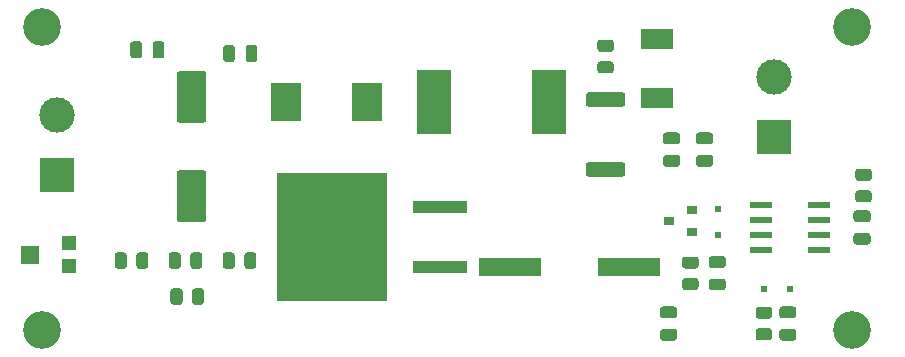
<source format=gbr>
%TF.GenerationSoftware,KiCad,Pcbnew,(5.1.8)-1*%
%TF.CreationDate,2022-04-01T10:58:03+02:00*%
%TF.ProjectId,HVPowerSupply,4856506f-7765-4725-9375-70706c792e6b,0*%
%TF.SameCoordinates,Original*%
%TF.FileFunction,Soldermask,Top*%
%TF.FilePolarity,Negative*%
%FSLAX46Y46*%
G04 Gerber Fmt 4.6, Leading zero omitted, Abs format (unit mm)*
G04 Created by KiCad (PCBNEW (5.1.8)-1) date 2022-04-01 10:58:03*
%MOMM*%
%LPD*%
G01*
G04 APERTURE LIST*
%ADD10C,3.200000*%
%ADD11R,2.895600X5.410200*%
%ADD12R,2.692400X1.803400*%
%ADD13R,5.308600X1.498600*%
%ADD14R,1.981200X0.533400*%
%ADD15R,0.500000X0.500000*%
%ADD16R,0.900000X0.800000*%
%ADD17R,1.500000X1.600000*%
%ADD18R,1.200000X1.200000*%
%ADD19C,3.000000*%
%ADD20R,3.000000X3.000000*%
%ADD21R,9.400000X10.800000*%
%ADD22R,4.600000X1.100000*%
%ADD23R,2.500000X3.300000*%
G04 APERTURE END LIST*
D10*
%TO.C,H4*%
X180530500Y-121412000D03*
%TD*%
%TO.C,H3*%
X111950500Y-121412000D03*
%TD*%
%TO.C,H2*%
X180530500Y-95821500D03*
%TD*%
%TO.C,H1*%
X111950500Y-95821500D03*
%TD*%
D11*
%TO.C,L1*%
X145135600Y-102108000D03*
X154838400Y-102108000D03*
%TD*%
D12*
%TO.C,F1*%
X163957000Y-96812100D03*
X163957000Y-101815900D03*
%TD*%
D13*
%TO.C,C2*%
X151587200Y-116078000D03*
X161594800Y-116078000D03*
%TD*%
D14*
%TO.C,CR1*%
X177723800Y-110871000D03*
X177723800Y-112141000D03*
X177723800Y-113411000D03*
X177723800Y-114681000D03*
X172796200Y-114681000D03*
X172796200Y-113411000D03*
X172796200Y-112141000D03*
X172796200Y-110871000D03*
%TD*%
%TO.C,R8*%
G36*
G01*
X159188999Y-98698000D02*
X160089001Y-98698000D01*
G75*
G02*
X160339000Y-98947999I0J-249999D01*
G01*
X160339000Y-99473001D01*
G75*
G02*
X160089001Y-99723000I-249999J0D01*
G01*
X159188999Y-99723000D01*
G75*
G02*
X158939000Y-99473001I0J249999D01*
G01*
X158939000Y-98947999D01*
G75*
G02*
X159188999Y-98698000I249999J0D01*
G01*
G37*
G36*
G01*
X159188999Y-96873000D02*
X160089001Y-96873000D01*
G75*
G02*
X160339000Y-97122999I0J-249999D01*
G01*
X160339000Y-97648001D01*
G75*
G02*
X160089001Y-97898000I-249999J0D01*
G01*
X159188999Y-97898000D01*
G75*
G02*
X158939000Y-97648001I0J249999D01*
G01*
X158939000Y-97122999D01*
G75*
G02*
X159188999Y-96873000I249999J0D01*
G01*
G37*
%TD*%
%TO.C,R9*%
G36*
G01*
X158214000Y-101327000D02*
X161064000Y-101327000D01*
G75*
G02*
X161314000Y-101577000I0J-250000D01*
G01*
X161314000Y-102302000D01*
G75*
G02*
X161064000Y-102552000I-250000J0D01*
G01*
X158214000Y-102552000D01*
G75*
G02*
X157964000Y-102302000I0J250000D01*
G01*
X157964000Y-101577000D01*
G75*
G02*
X158214000Y-101327000I250000J0D01*
G01*
G37*
G36*
G01*
X158214000Y-107252000D02*
X161064000Y-107252000D01*
G75*
G02*
X161314000Y-107502000I0J-250000D01*
G01*
X161314000Y-108227000D01*
G75*
G02*
X161064000Y-108477000I-250000J0D01*
G01*
X158214000Y-108477000D01*
G75*
G02*
X157964000Y-108227000I0J250000D01*
G01*
X157964000Y-107502000D01*
G75*
G02*
X158214000Y-107252000I250000J0D01*
G01*
G37*
%TD*%
%TO.C,R10*%
G36*
G01*
X181032999Y-109620000D02*
X181933001Y-109620000D01*
G75*
G02*
X182183000Y-109869999I0J-249999D01*
G01*
X182183000Y-110395001D01*
G75*
G02*
X181933001Y-110645000I-249999J0D01*
G01*
X181032999Y-110645000D01*
G75*
G02*
X180783000Y-110395001I0J249999D01*
G01*
X180783000Y-109869999D01*
G75*
G02*
X181032999Y-109620000I249999J0D01*
G01*
G37*
G36*
G01*
X181032999Y-107795000D02*
X181933001Y-107795000D01*
G75*
G02*
X182183000Y-108044999I0J-249999D01*
G01*
X182183000Y-108570001D01*
G75*
G02*
X181933001Y-108820000I-249999J0D01*
G01*
X181032999Y-108820000D01*
G75*
G02*
X180783000Y-108570001I0J249999D01*
G01*
X180783000Y-108044999D01*
G75*
G02*
X181032999Y-107795000I249999J0D01*
G01*
G37*
%TD*%
%TO.C,R7*%
G36*
G01*
X172587499Y-121304000D02*
X173487501Y-121304000D01*
G75*
G02*
X173737500Y-121553999I0J-249999D01*
G01*
X173737500Y-122079001D01*
G75*
G02*
X173487501Y-122329000I-249999J0D01*
G01*
X172587499Y-122329000D01*
G75*
G02*
X172337500Y-122079001I0J249999D01*
G01*
X172337500Y-121553999D01*
G75*
G02*
X172587499Y-121304000I249999J0D01*
G01*
G37*
G36*
G01*
X172587499Y-119479000D02*
X173487501Y-119479000D01*
G75*
G02*
X173737500Y-119728999I0J-249999D01*
G01*
X173737500Y-120254001D01*
G75*
G02*
X173487501Y-120504000I-249999J0D01*
G01*
X172587499Y-120504000D01*
G75*
G02*
X172337500Y-120254001I0J249999D01*
G01*
X172337500Y-119728999D01*
G75*
G02*
X172587499Y-119479000I249999J0D01*
G01*
G37*
%TD*%
D15*
%TO.C,D3*%
X173017000Y-117983000D03*
X175217000Y-117983000D03*
%TD*%
%TO.C,C10*%
G36*
G01*
X129164500Y-98519000D02*
X129164500Y-97569000D01*
G75*
G02*
X129414500Y-97319000I250000J0D01*
G01*
X129914500Y-97319000D01*
G75*
G02*
X130164500Y-97569000I0J-250000D01*
G01*
X130164500Y-98519000D01*
G75*
G02*
X129914500Y-98769000I-250000J0D01*
G01*
X129414500Y-98769000D01*
G75*
G02*
X129164500Y-98519000I0J250000D01*
G01*
G37*
G36*
G01*
X127264500Y-98519000D02*
X127264500Y-97569000D01*
G75*
G02*
X127514500Y-97319000I250000J0D01*
G01*
X128014500Y-97319000D01*
G75*
G02*
X128264500Y-97569000I0J-250000D01*
G01*
X128264500Y-98519000D01*
G75*
G02*
X128014500Y-98769000I-250000J0D01*
G01*
X127514500Y-98769000D01*
G75*
G02*
X127264500Y-98519000I0J250000D01*
G01*
G37*
%TD*%
%TO.C,C9*%
G36*
G01*
X120390500Y-97251500D02*
X120390500Y-98201500D01*
G75*
G02*
X120140500Y-98451500I-250000J0D01*
G01*
X119640500Y-98451500D01*
G75*
G02*
X119390500Y-98201500I0J250000D01*
G01*
X119390500Y-97251500D01*
G75*
G02*
X119640500Y-97001500I250000J0D01*
G01*
X120140500Y-97001500D01*
G75*
G02*
X120390500Y-97251500I0J-250000D01*
G01*
G37*
G36*
G01*
X122290500Y-97251500D02*
X122290500Y-98201500D01*
G75*
G02*
X122040500Y-98451500I-250000J0D01*
G01*
X121540500Y-98451500D01*
G75*
G02*
X121290500Y-98201500I0J250000D01*
G01*
X121290500Y-97251500D01*
G75*
G02*
X121540500Y-97001500I250000J0D01*
G01*
X122040500Y-97001500D01*
G75*
G02*
X122290500Y-97251500I0J-250000D01*
G01*
G37*
%TD*%
%TO.C,C8*%
G36*
G01*
X175544500Y-120454000D02*
X174594500Y-120454000D01*
G75*
G02*
X174344500Y-120204000I0J250000D01*
G01*
X174344500Y-119704000D01*
G75*
G02*
X174594500Y-119454000I250000J0D01*
G01*
X175544500Y-119454000D01*
G75*
G02*
X175794500Y-119704000I0J-250000D01*
G01*
X175794500Y-120204000D01*
G75*
G02*
X175544500Y-120454000I-250000J0D01*
G01*
G37*
G36*
G01*
X175544500Y-122354000D02*
X174594500Y-122354000D01*
G75*
G02*
X174344500Y-122104000I0J250000D01*
G01*
X174344500Y-121604000D01*
G75*
G02*
X174594500Y-121354000I250000J0D01*
G01*
X175544500Y-121354000D01*
G75*
G02*
X175794500Y-121604000I0J-250000D01*
G01*
X175794500Y-122104000D01*
G75*
G02*
X175544500Y-122354000I-250000J0D01*
G01*
G37*
%TD*%
%TO.C,C7*%
G36*
G01*
X181831000Y-112326000D02*
X180881000Y-112326000D01*
G75*
G02*
X180631000Y-112076000I0J250000D01*
G01*
X180631000Y-111576000D01*
G75*
G02*
X180881000Y-111326000I250000J0D01*
G01*
X181831000Y-111326000D01*
G75*
G02*
X182081000Y-111576000I0J-250000D01*
G01*
X182081000Y-112076000D01*
G75*
G02*
X181831000Y-112326000I-250000J0D01*
G01*
G37*
G36*
G01*
X181831000Y-114226000D02*
X180881000Y-114226000D01*
G75*
G02*
X180631000Y-113976000I0J250000D01*
G01*
X180631000Y-113476000D01*
G75*
G02*
X180881000Y-113226000I250000J0D01*
G01*
X181831000Y-113226000D01*
G75*
G02*
X182081000Y-113476000I0J-250000D01*
G01*
X182081000Y-113976000D01*
G75*
G02*
X181831000Y-114226000I-250000J0D01*
G01*
G37*
%TD*%
%TO.C,C6*%
G36*
G01*
X164752000Y-106622000D02*
X165702000Y-106622000D01*
G75*
G02*
X165952000Y-106872000I0J-250000D01*
G01*
X165952000Y-107372000D01*
G75*
G02*
X165702000Y-107622000I-250000J0D01*
G01*
X164752000Y-107622000D01*
G75*
G02*
X164502000Y-107372000I0J250000D01*
G01*
X164502000Y-106872000D01*
G75*
G02*
X164752000Y-106622000I250000J0D01*
G01*
G37*
G36*
G01*
X164752000Y-104722000D02*
X165702000Y-104722000D01*
G75*
G02*
X165952000Y-104972000I0J-250000D01*
G01*
X165952000Y-105472000D01*
G75*
G02*
X165702000Y-105722000I-250000J0D01*
G01*
X164752000Y-105722000D01*
G75*
G02*
X164502000Y-105472000I0J250000D01*
G01*
X164502000Y-104972000D01*
G75*
G02*
X164752000Y-104722000I250000J0D01*
G01*
G37*
%TD*%
%TO.C,C5*%
G36*
G01*
X167546000Y-106622000D02*
X168496000Y-106622000D01*
G75*
G02*
X168746000Y-106872000I0J-250000D01*
G01*
X168746000Y-107372000D01*
G75*
G02*
X168496000Y-107622000I-250000J0D01*
G01*
X167546000Y-107622000D01*
G75*
G02*
X167296000Y-107372000I0J250000D01*
G01*
X167296000Y-106872000D01*
G75*
G02*
X167546000Y-106622000I250000J0D01*
G01*
G37*
G36*
G01*
X167546000Y-104722000D02*
X168496000Y-104722000D01*
G75*
G02*
X168746000Y-104972000I0J-250000D01*
G01*
X168746000Y-105472000D01*
G75*
G02*
X168496000Y-105722000I-250000J0D01*
G01*
X167546000Y-105722000D01*
G75*
G02*
X167296000Y-105472000I0J250000D01*
G01*
X167296000Y-104972000D01*
G75*
G02*
X167546000Y-104722000I250000J0D01*
G01*
G37*
%TD*%
D16*
%TO.C,Q1*%
X166989000Y-111254500D03*
X166989000Y-113154500D03*
X164989000Y-112204500D03*
%TD*%
%TO.C,C4*%
G36*
G01*
X123587000Y-107918000D02*
X125587000Y-107918000D01*
G75*
G02*
X125837000Y-108168000I0J-250000D01*
G01*
X125837000Y-112068000D01*
G75*
G02*
X125587000Y-112318000I-250000J0D01*
G01*
X123587000Y-112318000D01*
G75*
G02*
X123337000Y-112068000I0J250000D01*
G01*
X123337000Y-108168000D01*
G75*
G02*
X123587000Y-107918000I250000J0D01*
G01*
G37*
G36*
G01*
X123587000Y-99518000D02*
X125587000Y-99518000D01*
G75*
G02*
X125837000Y-99768000I0J-250000D01*
G01*
X125837000Y-103668000D01*
G75*
G02*
X125587000Y-103918000I-250000J0D01*
G01*
X123587000Y-103918000D01*
G75*
G02*
X123337000Y-103668000I0J250000D01*
G01*
X123337000Y-99768000D01*
G75*
G02*
X123587000Y-99518000I250000J0D01*
G01*
G37*
%TD*%
D17*
%TO.C,R6*%
X110945000Y-115062000D03*
D18*
X114195000Y-114062000D03*
X114195000Y-116062000D03*
%TD*%
D19*
%TO.C,J2*%
X113157000Y-103251000D03*
D20*
X113157000Y-108331000D03*
%TD*%
D19*
%TO.C,J1*%
X173926500Y-100012500D03*
D20*
X173926500Y-105092500D03*
%TD*%
%TO.C,R5*%
G36*
G01*
X123829500Y-118167999D02*
X123829500Y-119068001D01*
G75*
G02*
X123579501Y-119318000I-249999J0D01*
G01*
X123054499Y-119318000D01*
G75*
G02*
X122804500Y-119068001I0J249999D01*
G01*
X122804500Y-118167999D01*
G75*
G02*
X123054499Y-117918000I249999J0D01*
G01*
X123579501Y-117918000D01*
G75*
G02*
X123829500Y-118167999I0J-249999D01*
G01*
G37*
G36*
G01*
X125654500Y-118167999D02*
X125654500Y-119068001D01*
G75*
G02*
X125404501Y-119318000I-249999J0D01*
G01*
X124879499Y-119318000D01*
G75*
G02*
X124629500Y-119068001I0J249999D01*
G01*
X124629500Y-118167999D01*
G75*
G02*
X124879499Y-117918000I249999J0D01*
G01*
X125404501Y-117918000D01*
G75*
G02*
X125654500Y-118167999I0J-249999D01*
G01*
G37*
%TD*%
%TO.C,R4*%
G36*
G01*
X129051000Y-116020001D02*
X129051000Y-115119999D01*
G75*
G02*
X129300999Y-114870000I249999J0D01*
G01*
X129826001Y-114870000D01*
G75*
G02*
X130076000Y-115119999I0J-249999D01*
G01*
X130076000Y-116020001D01*
G75*
G02*
X129826001Y-116270000I-249999J0D01*
G01*
X129300999Y-116270000D01*
G75*
G02*
X129051000Y-116020001I0J249999D01*
G01*
G37*
G36*
G01*
X127226000Y-116020001D02*
X127226000Y-115119999D01*
G75*
G02*
X127475999Y-114870000I249999J0D01*
G01*
X128001001Y-114870000D01*
G75*
G02*
X128251000Y-115119999I0J-249999D01*
G01*
X128251000Y-116020001D01*
G75*
G02*
X128001001Y-116270000I-249999J0D01*
G01*
X127475999Y-116270000D01*
G75*
G02*
X127226000Y-116020001I0J249999D01*
G01*
G37*
%TD*%
%TO.C,R3*%
G36*
G01*
X124479000Y-116020001D02*
X124479000Y-115119999D01*
G75*
G02*
X124728999Y-114870000I249999J0D01*
G01*
X125254001Y-114870000D01*
G75*
G02*
X125504000Y-115119999I0J-249999D01*
G01*
X125504000Y-116020001D01*
G75*
G02*
X125254001Y-116270000I-249999J0D01*
G01*
X124728999Y-116270000D01*
G75*
G02*
X124479000Y-116020001I0J249999D01*
G01*
G37*
G36*
G01*
X122654000Y-116020001D02*
X122654000Y-115119999D01*
G75*
G02*
X122903999Y-114870000I249999J0D01*
G01*
X123429001Y-114870000D01*
G75*
G02*
X123679000Y-115119999I0J-249999D01*
G01*
X123679000Y-116020001D01*
G75*
G02*
X123429001Y-116270000I-249999J0D01*
G01*
X122903999Y-116270000D01*
G75*
G02*
X122654000Y-116020001I0J249999D01*
G01*
G37*
%TD*%
%TO.C,R2*%
G36*
G01*
X119907000Y-116020001D02*
X119907000Y-115119999D01*
G75*
G02*
X120156999Y-114870000I249999J0D01*
G01*
X120682001Y-114870000D01*
G75*
G02*
X120932000Y-115119999I0J-249999D01*
G01*
X120932000Y-116020001D01*
G75*
G02*
X120682001Y-116270000I-249999J0D01*
G01*
X120156999Y-116270000D01*
G75*
G02*
X119907000Y-116020001I0J249999D01*
G01*
G37*
G36*
G01*
X118082000Y-116020001D02*
X118082000Y-115119999D01*
G75*
G02*
X118331999Y-114870000I249999J0D01*
G01*
X118857001Y-114870000D01*
G75*
G02*
X119107000Y-115119999I0J-249999D01*
G01*
X119107000Y-116020001D01*
G75*
G02*
X118857001Y-116270000I-249999J0D01*
G01*
X118331999Y-116270000D01*
G75*
G02*
X118082000Y-116020001I0J249999D01*
G01*
G37*
%TD*%
%TO.C,R1*%
G36*
G01*
X166364499Y-117049500D02*
X167264501Y-117049500D01*
G75*
G02*
X167514500Y-117299499I0J-249999D01*
G01*
X167514500Y-117824501D01*
G75*
G02*
X167264501Y-118074500I-249999J0D01*
G01*
X166364499Y-118074500D01*
G75*
G02*
X166114500Y-117824501I0J249999D01*
G01*
X166114500Y-117299499D01*
G75*
G02*
X166364499Y-117049500I249999J0D01*
G01*
G37*
G36*
G01*
X166364499Y-115224500D02*
X167264501Y-115224500D01*
G75*
G02*
X167514500Y-115474499I0J-249999D01*
G01*
X167514500Y-115999501D01*
G75*
G02*
X167264501Y-116249500I-249999J0D01*
G01*
X166364499Y-116249500D01*
G75*
G02*
X166114500Y-115999501I0J249999D01*
G01*
X166114500Y-115474499D01*
G75*
G02*
X166364499Y-115224500I249999J0D01*
G01*
G37*
%TD*%
D21*
%TO.C,Q2*%
X136452000Y-113538000D03*
D22*
X145602000Y-110998000D03*
X145602000Y-116078000D03*
%TD*%
D23*
%TO.C,D2*%
X139417000Y-102108000D03*
X132617000Y-102108000D03*
%TD*%
D15*
%TO.C,D1*%
X169164000Y-113388500D03*
X169164000Y-111188500D03*
%TD*%
%TO.C,C3*%
G36*
G01*
X165448000Y-120454000D02*
X164498000Y-120454000D01*
G75*
G02*
X164248000Y-120204000I0J250000D01*
G01*
X164248000Y-119704000D01*
G75*
G02*
X164498000Y-119454000I250000J0D01*
G01*
X165448000Y-119454000D01*
G75*
G02*
X165698000Y-119704000I0J-250000D01*
G01*
X165698000Y-120204000D01*
G75*
G02*
X165448000Y-120454000I-250000J0D01*
G01*
G37*
G36*
G01*
X165448000Y-122354000D02*
X164498000Y-122354000D01*
G75*
G02*
X164248000Y-122104000I0J250000D01*
G01*
X164248000Y-121604000D01*
G75*
G02*
X164498000Y-121354000I250000J0D01*
G01*
X165448000Y-121354000D01*
G75*
G02*
X165698000Y-121604000I0J-250000D01*
G01*
X165698000Y-122104000D01*
G75*
G02*
X165448000Y-122354000I-250000J0D01*
G01*
G37*
%TD*%
%TO.C,C1*%
G36*
G01*
X168625500Y-117099500D02*
X169575500Y-117099500D01*
G75*
G02*
X169825500Y-117349500I0J-250000D01*
G01*
X169825500Y-117849500D01*
G75*
G02*
X169575500Y-118099500I-250000J0D01*
G01*
X168625500Y-118099500D01*
G75*
G02*
X168375500Y-117849500I0J250000D01*
G01*
X168375500Y-117349500D01*
G75*
G02*
X168625500Y-117099500I250000J0D01*
G01*
G37*
G36*
G01*
X168625500Y-115199500D02*
X169575500Y-115199500D01*
G75*
G02*
X169825500Y-115449500I0J-250000D01*
G01*
X169825500Y-115949500D01*
G75*
G02*
X169575500Y-116199500I-250000J0D01*
G01*
X168625500Y-116199500D01*
G75*
G02*
X168375500Y-115949500I0J250000D01*
G01*
X168375500Y-115449500D01*
G75*
G02*
X168625500Y-115199500I250000J0D01*
G01*
G37*
%TD*%
M02*

</source>
